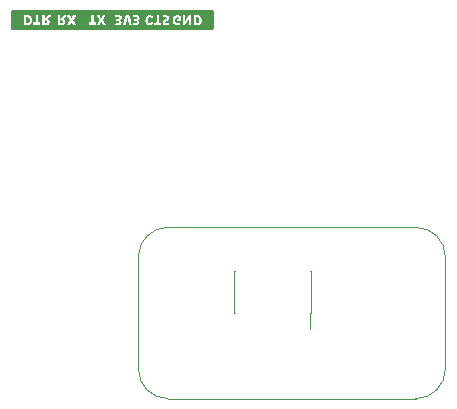
<source format=gbr>
G04 #@! TF.GenerationSoftware,KiCad,Pcbnew,9.0.0*
G04 #@! TF.CreationDate,2025-03-02T22:01:55-06:00*
G04 #@! TF.ProjectId,mobo,6d6f626f-2e6b-4696-9361-645f70636258,rev?*
G04 #@! TF.SameCoordinates,Original*
G04 #@! TF.FileFunction,Legend,Bot*
G04 #@! TF.FilePolarity,Positive*
%FSLAX46Y46*%
G04 Gerber Fmt 4.6, Leading zero omitted, Abs format (unit mm)*
G04 Created by KiCad (PCBNEW 9.0.0) date 2025-03-02 22:01:55*
%MOMM*%
%LPD*%
G01*
G04 APERTURE LIST*
%ADD10C,0.120000*%
%ADD11C,0.000000*%
%ADD12C,3.500000*%
%ADD13R,1.700000X1.700000*%
%ADD14O,1.700000X1.700000*%
%ADD15R,0.740000X2.400000*%
G04 APERTURE END LIST*
D10*
X124250000Y-54500000D02*
G75*
G02*
X126750000Y-52000000I2500000J0D01*
G01*
X147750000Y-52000000D02*
G75*
G02*
X150250000Y-54500000I0J-2500000D01*
G01*
X126750000Y-52000000D02*
X147750000Y-52000000D01*
X126750000Y-66500000D02*
G75*
G02*
X124250000Y-64000000I0J2500000D01*
G01*
X147750000Y-66500000D02*
X126750000Y-66500000D01*
X150250000Y-54500000D02*
X150250000Y-64000000D01*
X150250000Y-64000000D02*
G75*
G02*
X147750000Y-66500000I-2500000J0D01*
G01*
X124250000Y-64000000D02*
X124250000Y-54500000D01*
D11*
G36*
X116420265Y-34486767D02*
G01*
X116459457Y-34494378D01*
X116486232Y-34509695D01*
X116504523Y-34534261D01*
X116517797Y-34572185D01*
X116515763Y-34615078D01*
X116494113Y-34654420D01*
X116487342Y-34662271D01*
X116473507Y-34675002D01*
X116457266Y-34681863D01*
X116432755Y-34684657D01*
X116394113Y-34685188D01*
X116320001Y-34685188D01*
X116320001Y-34585188D01*
X116320001Y-34485188D01*
X116379351Y-34485188D01*
X116420265Y-34486767D01*
G37*
G36*
X117728282Y-34485194D02*
G01*
X117782324Y-34489039D01*
X117820405Y-34500965D01*
X117845335Y-34522430D01*
X117859921Y-34554889D01*
X117863222Y-34572762D01*
X117861005Y-34613647D01*
X117847049Y-34649612D01*
X117823438Y-34673862D01*
X117823027Y-34674092D01*
X117803507Y-34679428D01*
X117771065Y-34683300D01*
X117732501Y-34684883D01*
X117660001Y-34685188D01*
X117660001Y-34585188D01*
X117660001Y-34485188D01*
X117725498Y-34485188D01*
X117728282Y-34485194D01*
G37*
G36*
X114864197Y-34216056D02*
G01*
X114927664Y-34227769D01*
X114977232Y-34253569D01*
X115013431Y-34293975D01*
X115036794Y-34349507D01*
X115047850Y-34420687D01*
X115048850Y-34465507D01*
X115040793Y-34537574D01*
X115020505Y-34596787D01*
X114988552Y-34641763D01*
X114945497Y-34671122D01*
X114920640Y-34677784D01*
X114883471Y-34682754D01*
X114842501Y-34684796D01*
X114770001Y-34685188D01*
X114770001Y-34450188D01*
X114770001Y-34215188D01*
X114837883Y-34215188D01*
X114864197Y-34216056D01*
G37*
G36*
X129221648Y-34221344D02*
G01*
X129281174Y-34226457D01*
X129328667Y-34241612D01*
X129364448Y-34268461D01*
X129391811Y-34308695D01*
X129394346Y-34313981D01*
X129408329Y-34358107D01*
X129417113Y-34413341D01*
X129419895Y-34472369D01*
X129415871Y-34527873D01*
X129407166Y-34561933D01*
X129385799Y-34606967D01*
X129357166Y-34645068D01*
X129325425Y-34669717D01*
X129309847Y-34675366D01*
X129269609Y-34682363D01*
X129217317Y-34684960D01*
X129139633Y-34685188D01*
X129142317Y-34452688D01*
X129145001Y-34220188D01*
X129221648Y-34221344D01*
G37*
G36*
X130639961Y-34511872D02*
G01*
X130639693Y-34664093D01*
X130639126Y-34796498D01*
X130638259Y-34909218D01*
X130637091Y-35002380D01*
X130635620Y-35076115D01*
X130633843Y-35130549D01*
X130631759Y-35165814D01*
X130629365Y-35182037D01*
X130629322Y-35182150D01*
X130606876Y-35220610D01*
X130572868Y-35256258D01*
X130535001Y-35281014D01*
X130534871Y-35281067D01*
X130530168Y-35281864D01*
X130520120Y-35282631D01*
X130504359Y-35283367D01*
X130482520Y-35284073D01*
X130454236Y-35284750D01*
X130419141Y-35285399D01*
X130376868Y-35286020D01*
X130327051Y-35286613D01*
X130269324Y-35287180D01*
X130203320Y-35287721D01*
X130128673Y-35288236D01*
X130045017Y-35288727D01*
X129951985Y-35289193D01*
X129849211Y-35289635D01*
X129736329Y-35290055D01*
X129612972Y-35290452D01*
X129478774Y-35290826D01*
X129333368Y-35291180D01*
X129176388Y-35291513D01*
X129007468Y-35291826D01*
X128826242Y-35292119D01*
X128632343Y-35292393D01*
X128425404Y-35292649D01*
X128205060Y-35292887D01*
X127970944Y-35293108D01*
X127722690Y-35293312D01*
X127459930Y-35293501D01*
X127182300Y-35293674D01*
X126889433Y-35293832D01*
X126580961Y-35293976D01*
X126256520Y-35294107D01*
X125915742Y-35294224D01*
X125558261Y-35294330D01*
X125183712Y-35294423D01*
X124791726Y-35294505D01*
X124381939Y-35294577D01*
X123953984Y-35294638D01*
X123507494Y-35294690D01*
X123042103Y-35294734D01*
X122557444Y-35294769D01*
X122053152Y-35294796D01*
X121993896Y-35294799D01*
X121450208Y-35294813D01*
X120926330Y-35294807D01*
X120422092Y-35294782D01*
X119937323Y-35294737D01*
X119471850Y-35294672D01*
X119025504Y-35294586D01*
X118598112Y-35294480D01*
X118189505Y-35294353D01*
X117799510Y-35294206D01*
X117427956Y-35294037D01*
X117074674Y-35293846D01*
X116739490Y-35293635D01*
X116422235Y-35293401D01*
X116122737Y-35293145D01*
X115840825Y-35292868D01*
X115576327Y-35292567D01*
X115329074Y-35292245D01*
X115098893Y-35291899D01*
X114885613Y-35291531D01*
X114689064Y-35291139D01*
X114509074Y-35290724D01*
X114345472Y-35290285D01*
X114198087Y-35289822D01*
X114066748Y-35289335D01*
X113951284Y-35288824D01*
X113851523Y-35288289D01*
X113767295Y-35287729D01*
X113698428Y-35287144D01*
X113644752Y-35286534D01*
X113606095Y-35285899D01*
X113582285Y-35285238D01*
X113573152Y-35284551D01*
X113534947Y-35262420D01*
X113498783Y-35227553D01*
X113473770Y-35188009D01*
X113472128Y-35183133D01*
X113469621Y-35170189D01*
X113467469Y-35150290D01*
X113465645Y-35122133D01*
X113464126Y-35084412D01*
X113462889Y-35035823D01*
X113461908Y-34975062D01*
X113461161Y-34900823D01*
X113460622Y-34811803D01*
X113460268Y-34706697D01*
X113460074Y-34584201D01*
X113460017Y-34443009D01*
X113459991Y-34309315D01*
X113459983Y-34186458D01*
X113460119Y-34080837D01*
X113460327Y-34035188D01*
X114560001Y-34035188D01*
X114560001Y-34455188D01*
X114560001Y-34875188D01*
X114737501Y-34874018D01*
X114782876Y-34873459D01*
X114843109Y-34871943D01*
X114897041Y-34869741D01*
X114940107Y-34867050D01*
X114967739Y-34864067D01*
X115023849Y-34850010D01*
X115095131Y-34815673D01*
X115155503Y-34765515D01*
X115203961Y-34700677D01*
X115222320Y-34660188D01*
X115355001Y-34660188D01*
X115355001Y-34765188D01*
X115355001Y-34870188D01*
X115657501Y-34872834D01*
X115960001Y-34875481D01*
X115960001Y-34765334D01*
X115960001Y-34655188D01*
X115865001Y-34655188D01*
X115770001Y-34655188D01*
X115770001Y-34345188D01*
X115770001Y-34035188D01*
X116099782Y-34035188D01*
X116102392Y-34452688D01*
X116105001Y-34870188D01*
X116295001Y-34871616D01*
X116353448Y-34871674D01*
X116413565Y-34870943D01*
X116466229Y-34869500D01*
X116507259Y-34867463D01*
X116532473Y-34864949D01*
X116552099Y-34860815D01*
X116613474Y-34835798D01*
X116663450Y-34795450D01*
X116700807Y-34741395D01*
X116724326Y-34675254D01*
X116732786Y-34598648D01*
X116730676Y-34559105D01*
X116714497Y-34490810D01*
X116695698Y-34455188D01*
X117450001Y-34455188D01*
X117450001Y-34875188D01*
X117642501Y-34874092D01*
X117703821Y-34873338D01*
X117763351Y-34871824D01*
X117815008Y-34869726D01*
X117854750Y-34867208D01*
X117878534Y-34864437D01*
X117895843Y-34860254D01*
X117946837Y-34839970D01*
X117992907Y-34811052D01*
X118026514Y-34777905D01*
X118037684Y-34760909D01*
X118062912Y-34702733D01*
X118077085Y-34635986D01*
X118079197Y-34567287D01*
X118068241Y-34503256D01*
X118050642Y-34465477D01*
X118019741Y-34423238D01*
X117982237Y-34385929D01*
X117944110Y-34360435D01*
X117907693Y-34343154D01*
X117961347Y-34288400D01*
X117983064Y-34266847D01*
X118020249Y-34234583D01*
X118051987Y-34215534D01*
X118082332Y-34207600D01*
X118115338Y-34208683D01*
X118157305Y-34214435D01*
X118163566Y-34162311D01*
X118164932Y-34150779D01*
X118169458Y-34105037D01*
X118169829Y-34074482D01*
X118165294Y-34055336D01*
X118155105Y-34043823D01*
X118138509Y-34036166D01*
X118135109Y-34035188D01*
X118209298Y-34035188D01*
X118221149Y-34057688D01*
X118222294Y-34059820D01*
X118230443Y-34074482D01*
X118232804Y-34078729D01*
X118251169Y-34111314D01*
X118275699Y-34154591D01*
X118304706Y-34205581D01*
X118336501Y-34261300D01*
X118345615Y-34277284D01*
X118375660Y-34330502D01*
X118401581Y-34377216D01*
X118421907Y-34414722D01*
X118435168Y-34440318D01*
X118439893Y-34451300D01*
X118438391Y-34455339D01*
X118428697Y-34474710D01*
X118411207Y-34507443D01*
X118387318Y-34550974D01*
X118358428Y-34602743D01*
X118325934Y-34660188D01*
X118307390Y-34692971D01*
X118277194Y-34747338D01*
X118251687Y-34794524D01*
X118232202Y-34832000D01*
X118220073Y-34857231D01*
X118216633Y-34867688D01*
X118226167Y-34870416D01*
X118251986Y-34872892D01*
X118289830Y-34874570D01*
X118335525Y-34875188D01*
X118449868Y-34875188D01*
X118521242Y-34732712D01*
X118592615Y-34590237D01*
X118663646Y-34732712D01*
X118734678Y-34875188D01*
X118852340Y-34875188D01*
X118897574Y-34874521D01*
X118935210Y-34872671D01*
X118960653Y-34869923D01*
X118970001Y-34866564D01*
X118968290Y-34862065D01*
X118958292Y-34842143D01*
X118940560Y-34808914D01*
X118916475Y-34764919D01*
X118887419Y-34712696D01*
X118854772Y-34654783D01*
X118849330Y-34645188D01*
X120050001Y-34645188D01*
X120050001Y-34750188D01*
X120050001Y-34855188D01*
X120355001Y-34855188D01*
X120660001Y-34855188D01*
X120660001Y-34850692D01*
X120730001Y-34850692D01*
X120730008Y-34850739D01*
X120739828Y-34852468D01*
X120765684Y-34853883D01*
X120803712Y-34854837D01*
X120850049Y-34855188D01*
X120970096Y-34855188D01*
X121037377Y-34720188D01*
X121049618Y-34695797D01*
X121072044Y-34652057D01*
X121090664Y-34616975D01*
X121103814Y-34593652D01*
X121109830Y-34585189D01*
X121111702Y-34587246D01*
X121121048Y-34603423D01*
X121136436Y-34633071D01*
X121156257Y-34673041D01*
X121178901Y-34720189D01*
X121242800Y-34855188D01*
X121366753Y-34855188D01*
X121490705Y-34855188D01*
X121478779Y-34832688D01*
X121477418Y-34830168D01*
X121476271Y-34828103D01*
X122300001Y-34828103D01*
X122305138Y-34835642D01*
X122326853Y-34847519D01*
X122349197Y-34855188D01*
X122362501Y-34859754D01*
X122373045Y-34862492D01*
X122394538Y-34866564D01*
X122417023Y-34870824D01*
X122453829Y-34875481D01*
X122469051Y-34877407D01*
X122520001Y-34881008D01*
X122556800Y-34881492D01*
X122624686Y-34875859D01*
X122938265Y-34875859D01*
X123051477Y-34873023D01*
X123164689Y-34870188D01*
X123244845Y-34582689D01*
X123251973Y-34557197D01*
X123271814Y-34486992D01*
X123289854Y-34424252D01*
X123305393Y-34371342D01*
X123317731Y-34330626D01*
X123326167Y-34304466D01*
X123330001Y-34295228D01*
X123332025Y-34299130D01*
X123339062Y-34319361D01*
X123350125Y-34354491D01*
X123364406Y-34401865D01*
X123381096Y-34458829D01*
X123399383Y-34522726D01*
X123408594Y-34555239D01*
X123427831Y-34622945D01*
X123445888Y-34686256D01*
X123461703Y-34741459D01*
X123474213Y-34784841D01*
X123482355Y-34812688D01*
X123500946Y-34875188D01*
X123616064Y-34875188D01*
X123659124Y-34874633D01*
X123695594Y-34873029D01*
X123719616Y-34870629D01*
X123727416Y-34867688D01*
X123725772Y-34863044D01*
X123718674Y-34841312D01*
X123715375Y-34831016D01*
X123793291Y-34831016D01*
X123801624Y-34838788D01*
X123824470Y-34848907D01*
X123857259Y-34859312D01*
X123875932Y-34863909D01*
X123897930Y-34867688D01*
X123934364Y-34873947D01*
X123998434Y-34880014D01*
X124061893Y-34881853D01*
X124118488Y-34879207D01*
X124161969Y-34871819D01*
X124201524Y-34858078D01*
X124258005Y-34825123D01*
X124298124Y-34780718D01*
X124322062Y-34724632D01*
X124330001Y-34656632D01*
X124329959Y-34651339D01*
X124321231Y-34586412D01*
X124297549Y-34533922D01*
X124259262Y-34494661D01*
X124228070Y-34472450D01*
X124252677Y-34456631D01*
X124850120Y-34456631D01*
X124851992Y-34505051D01*
X124867310Y-34599110D01*
X124897474Y-34682288D01*
X124941778Y-34753310D01*
X124999515Y-34810898D01*
X125069978Y-34853777D01*
X125132219Y-34874397D01*
X125204630Y-34883531D01*
X125277787Y-34879706D01*
X125346106Y-34863243D01*
X125404003Y-34834467D01*
X125409174Y-34830758D01*
X125448350Y-34791173D01*
X125480407Y-34739214D01*
X125502055Y-34681406D01*
X125504210Y-34665912D01*
X125600001Y-34665912D01*
X125600001Y-34770550D01*
X125600001Y-34875188D01*
X125905001Y-34875188D01*
X126210001Y-34875188D01*
X126210001Y-34770188D01*
X126210001Y-34665188D01*
X126110001Y-34665188D01*
X126010001Y-34665188D01*
X126010001Y-34613809D01*
X126307060Y-34613809D01*
X126311676Y-34669245D01*
X126332529Y-34736300D01*
X126369411Y-34792120D01*
X126421478Y-34835528D01*
X126487885Y-34865351D01*
X126507675Y-34870710D01*
X126535719Y-34875188D01*
X126573389Y-34881203D01*
X126644205Y-34883924D01*
X126710001Y-34878284D01*
X126731603Y-34873522D01*
X126763429Y-34864578D01*
X126797581Y-34853672D01*
X126828660Y-34842632D01*
X126851266Y-34833287D01*
X126860001Y-34827468D01*
X126859461Y-34824603D01*
X126854336Y-34806365D01*
X126844957Y-34775830D01*
X126832752Y-34737705D01*
X126821642Y-34705130D01*
X126809492Y-34675747D01*
X126799501Y-34661288D01*
X126790252Y-34659135D01*
X126779089Y-34663026D01*
X126752640Y-34672510D01*
X126720001Y-34684387D01*
X126671985Y-34698374D01*
X126618750Y-34704806D01*
X126573546Y-34700203D01*
X126539495Y-34684953D01*
X126519719Y-34659444D01*
X126519071Y-34657704D01*
X126513753Y-34631010D01*
X126520454Y-34608289D01*
X126541077Y-34587590D01*
X126577523Y-34566957D01*
X126631694Y-34544438D01*
X126649607Y-34537571D01*
X126710362Y-34512429D01*
X126756161Y-34489617D01*
X126790580Y-34467183D01*
X126817195Y-34443175D01*
X126834188Y-34420814D01*
X127163870Y-34420814D01*
X127165686Y-34514850D01*
X127183020Y-34603054D01*
X127214801Y-34683149D01*
X127259956Y-34752854D01*
X127317415Y-34809891D01*
X127386106Y-34851979D01*
X127403131Y-34858937D01*
X127465196Y-34875039D01*
X127535444Y-34882538D01*
X127606192Y-34880951D01*
X127639033Y-34875188D01*
X128020001Y-34875188D01*
X128112501Y-34874953D01*
X128205001Y-34874718D01*
X128360001Y-34634355D01*
X128515001Y-34393991D01*
X128517679Y-34634589D01*
X128520357Y-34875188D01*
X128625179Y-34875188D01*
X128730001Y-34875188D01*
X128730001Y-34455188D01*
X128730001Y-34035188D01*
X128637501Y-34035223D01*
X128545001Y-34035258D01*
X128395610Y-34265802D01*
X128392827Y-34270095D01*
X128353556Y-34330401D01*
X128317705Y-34384953D01*
X128286756Y-34431538D01*
X128262187Y-34467942D01*
X128245478Y-34491953D01*
X128238110Y-34501357D01*
X128236601Y-34498173D01*
X128234477Y-34478470D01*
X128232660Y-34443199D01*
X128231246Y-34395039D01*
X128230328Y-34336672D01*
X128230001Y-34270778D01*
X128230001Y-34035188D01*
X128125001Y-34035188D01*
X128020001Y-34035188D01*
X128020001Y-34455188D01*
X128020001Y-34535188D01*
X128020001Y-34875188D01*
X127639033Y-34875188D01*
X127669759Y-34869796D01*
X127693470Y-34862142D01*
X127732629Y-34846194D01*
X127769654Y-34827851D01*
X127798922Y-34809991D01*
X127814811Y-34795496D01*
X127815172Y-34791964D01*
X127810060Y-34773180D01*
X127798057Y-34743332D01*
X127780925Y-34707024D01*
X127741195Y-34628006D01*
X127680853Y-34657914D01*
X127678944Y-34658852D01*
X127615210Y-34681438D01*
X127554360Y-34687055D01*
X127498926Y-34676581D01*
X127451440Y-34650892D01*
X127414435Y-34610866D01*
X127390442Y-34557377D01*
X127388025Y-34547381D01*
X127382025Y-34501105D01*
X127380574Y-34446811D01*
X127383641Y-34393504D01*
X127391192Y-34350188D01*
X127400484Y-34323427D01*
X127430577Y-34274314D01*
X127471995Y-34239563D01*
X127522194Y-34220940D01*
X127578628Y-34220208D01*
X127606354Y-34224803D01*
X127635824Y-34233381D01*
X127651922Y-34247570D01*
X127658648Y-34271809D01*
X127660001Y-34310539D01*
X127660001Y-34375188D01*
X127585001Y-34375188D01*
X127510001Y-34375188D01*
X127510001Y-34455188D01*
X127510001Y-34535188D01*
X127680001Y-34535188D01*
X127850001Y-34535188D01*
X127850001Y-34325814D01*
X127850001Y-34116441D01*
X127787048Y-34085449D01*
X127715146Y-34054745D01*
X127635889Y-34033789D01*
X128930001Y-34033789D01*
X128930001Y-34454488D01*
X128930001Y-34875188D01*
X129117501Y-34874092D01*
X129185238Y-34873406D01*
X129251133Y-34871689D01*
X129303034Y-34868613D01*
X129344214Y-34863773D01*
X129377949Y-34856764D01*
X129407514Y-34847180D01*
X129436184Y-34834615D01*
X129457328Y-34823308D01*
X129518049Y-34776591D01*
X129567387Y-34715598D01*
X129604382Y-34642597D01*
X129628068Y-34559856D01*
X129637485Y-34469644D01*
X129631668Y-34374228D01*
X129622902Y-34325823D01*
X129595957Y-34242155D01*
X129555611Y-34172743D01*
X129501270Y-34116692D01*
X129432344Y-34073107D01*
X129365525Y-34040188D01*
X129147763Y-34036988D01*
X128930001Y-34033789D01*
X127635889Y-34033789D01*
X127631055Y-34032511D01*
X127545001Y-34025458D01*
X127480591Y-34030057D01*
X127399204Y-34051245D01*
X127328273Y-34088858D01*
X127268701Y-34142035D01*
X127221391Y-34209910D01*
X127187250Y-34291622D01*
X127184863Y-34302881D01*
X127167179Y-34386306D01*
X127163870Y-34420814D01*
X126834188Y-34420814D01*
X126837163Y-34416899D01*
X126860187Y-34363562D01*
X126869798Y-34302881D01*
X126865418Y-34240031D01*
X126846473Y-34180188D01*
X126813069Y-34125121D01*
X126764059Y-34078052D01*
X126702497Y-34046243D01*
X126628092Y-34029547D01*
X126540553Y-34027821D01*
X126534165Y-34028249D01*
X126485338Y-34033892D01*
X126436449Y-34043070D01*
X126391483Y-34054625D01*
X126354429Y-34067397D01*
X126329273Y-34080228D01*
X126320001Y-34091956D01*
X126320298Y-34095480D01*
X126324102Y-34116578D01*
X126331369Y-34149685D01*
X126340928Y-34189347D01*
X126361854Y-34272783D01*
X126422205Y-34241658D01*
X126423817Y-34240829D01*
X126465296Y-34222160D01*
X126502156Y-34212920D01*
X126545202Y-34210360D01*
X126588245Y-34213251D01*
X126623616Y-34225084D01*
X126643671Y-34247042D01*
X126650001Y-34280188D01*
X126647328Y-34302085D01*
X126636787Y-34321302D01*
X126615487Y-34338502D01*
X126580545Y-34355968D01*
X126529078Y-34375984D01*
X126519168Y-34379624D01*
X126446118Y-34409921D01*
X126390784Y-34440886D01*
X126351189Y-34474640D01*
X126325355Y-34513299D01*
X126311304Y-34558983D01*
X126307060Y-34613809D01*
X126010001Y-34613809D01*
X126010001Y-34350188D01*
X126010001Y-34035188D01*
X125905144Y-34035188D01*
X125800286Y-34035188D01*
X125799398Y-34140188D01*
X125797644Y-34347688D01*
X125795001Y-34660188D01*
X125697501Y-34663050D01*
X125600001Y-34665912D01*
X125504210Y-34665912D01*
X125510001Y-34624272D01*
X125509974Y-34619744D01*
X125508410Y-34606705D01*
X125501784Y-34597617D01*
X125486442Y-34590593D01*
X125458732Y-34583745D01*
X125415001Y-34575188D01*
X125387466Y-34569814D01*
X125356859Y-34563448D01*
X125338444Y-34559124D01*
X125330497Y-34558694D01*
X125321526Y-34568595D01*
X125315070Y-34594784D01*
X125302044Y-34637606D01*
X125277368Y-34667761D01*
X125240001Y-34683983D01*
X125238830Y-34684240D01*
X125188010Y-34686908D01*
X125145167Y-34671792D01*
X125110889Y-34639682D01*
X125085765Y-34591369D01*
X125070381Y-34527641D01*
X125065326Y-34449289D01*
X125065351Y-34444034D01*
X125066583Y-34398001D01*
X125070424Y-34364670D01*
X125078081Y-34337412D01*
X125090762Y-34309595D01*
X125100464Y-34292437D01*
X125135339Y-34251811D01*
X125179395Y-34228472D01*
X125234594Y-34221215D01*
X125243112Y-34221558D01*
X125286041Y-34229447D01*
X125331359Y-34245441D01*
X125371614Y-34266456D01*
X125399354Y-34289407D01*
X125410133Y-34299937D01*
X125423137Y-34302929D01*
X125436783Y-34292211D01*
X125453009Y-34266043D01*
X125473757Y-34222688D01*
X125510907Y-34140188D01*
X125482954Y-34117161D01*
X125422550Y-34077283D01*
X125346792Y-34046088D01*
X125265700Y-34028664D01*
X125184538Y-34026102D01*
X125108570Y-34039496D01*
X125099706Y-34042310D01*
X125026313Y-34076629D01*
X124964680Y-34126388D01*
X124915526Y-34190427D01*
X124882214Y-34261911D01*
X124879569Y-34267587D01*
X124857528Y-34356708D01*
X124850120Y-34456631D01*
X124252677Y-34456631D01*
X124268533Y-34446438D01*
X124308634Y-34411915D01*
X124339272Y-34361474D01*
X124355645Y-34297452D01*
X124357871Y-34261911D01*
X124348015Y-34196732D01*
X124320522Y-34138839D01*
X124276720Y-34090577D01*
X124217937Y-34054291D01*
X124214124Y-34052598D01*
X124189386Y-34042887D01*
X124164588Y-34036478D01*
X124134745Y-34032703D01*
X124094877Y-34030891D01*
X124040001Y-34030373D01*
X124039250Y-34030371D01*
X123976803Y-34031211D01*
X123929110Y-34034255D01*
X123891050Y-34040029D01*
X123857501Y-34049056D01*
X123831430Y-34058760D01*
X123808735Y-34070010D01*
X123800001Y-34078419D01*
X123801182Y-34085725D01*
X123806447Y-34108291D01*
X123814541Y-34139874D01*
X123823926Y-34174792D01*
X123833063Y-34207360D01*
X123840417Y-34231895D01*
X123844448Y-34242713D01*
X123852217Y-34241578D01*
X123874161Y-34235307D01*
X123904926Y-34225213D01*
X123929388Y-34218098D01*
X123977224Y-34208820D01*
X124020800Y-34205188D01*
X124066705Y-34209909D01*
X124106746Y-34226819D01*
X124131518Y-34255279D01*
X124140001Y-34294527D01*
X124139284Y-34311102D01*
X124132963Y-34335650D01*
X124117803Y-34352822D01*
X124091027Y-34364130D01*
X124049853Y-34371082D01*
X123991504Y-34375188D01*
X123885001Y-34380188D01*
X123882116Y-34461509D01*
X123879231Y-34542830D01*
X123978926Y-34546835D01*
X123983289Y-34547014D01*
X124031258Y-34549820D01*
X124063771Y-34553982D01*
X124085049Y-34560298D01*
X124099312Y-34569563D01*
X124110093Y-34582614D01*
X124119991Y-34614707D01*
X124115034Y-34649630D01*
X124095456Y-34680642D01*
X124064432Y-34698581D01*
X124019971Y-34705483D01*
X123965694Y-34701045D01*
X123905001Y-34685188D01*
X123877792Y-34676077D01*
X123852541Y-34668213D01*
X123840264Y-34665188D01*
X123839209Y-34665893D01*
X123833127Y-34679400D01*
X123824718Y-34706548D01*
X123815469Y-34742688D01*
X123813355Y-34751652D01*
X123804509Y-34788292D01*
X123797397Y-34816413D01*
X123793398Y-34830532D01*
X123793291Y-34831016D01*
X123715375Y-34831016D01*
X123706632Y-34803724D01*
X123690276Y-34752271D01*
X123670236Y-34688944D01*
X123647144Y-34615733D01*
X123621630Y-34534630D01*
X123594325Y-34447625D01*
X123465001Y-34035063D01*
X123330564Y-34037625D01*
X123196126Y-34040188D01*
X123128217Y-34256342D01*
X123073600Y-34430188D01*
X123063499Y-34462364D01*
X123037258Y-34546195D01*
X123012978Y-34624099D01*
X122991337Y-34693885D01*
X122973009Y-34753361D01*
X122958671Y-34800336D01*
X122948999Y-34832621D01*
X122944669Y-34848023D01*
X122938265Y-34875859D01*
X122624686Y-34875859D01*
X122641703Y-34874447D01*
X122710773Y-34855310D01*
X122764164Y-34823969D01*
X122802028Y-34780313D01*
X122824518Y-34724232D01*
X122831787Y-34655615D01*
X122825183Y-34595182D01*
X122803197Y-34540809D01*
X122765632Y-34498616D01*
X122731131Y-34471087D01*
X122769829Y-34448010D01*
X122782651Y-34439713D01*
X122821309Y-34402181D01*
X122845862Y-34352897D01*
X122857570Y-34289586D01*
X122858765Y-34256342D01*
X122850334Y-34195091D01*
X122825964Y-34143027D01*
X122784345Y-34096699D01*
X122752431Y-34072279D01*
X122713089Y-34052213D01*
X122666487Y-34039243D01*
X122608500Y-34032268D01*
X122535001Y-34030188D01*
X122531977Y-34030194D01*
X122475751Y-34032359D01*
X122421846Y-34037915D01*
X122373795Y-34046123D01*
X122335135Y-34056244D01*
X122309402Y-34067540D01*
X122300131Y-34079271D01*
X122300849Y-34083890D01*
X122306000Y-34104660D01*
X122314675Y-34135754D01*
X122325165Y-34171305D01*
X122335758Y-34205446D01*
X122344744Y-34232307D01*
X122352383Y-34237557D01*
X122371811Y-34235291D01*
X122406107Y-34224807D01*
X122455810Y-34212058D01*
X122508874Y-34206015D01*
X122557219Y-34207420D01*
X122594049Y-34216573D01*
X122605701Y-34223320D01*
X122630323Y-34251188D01*
X122642294Y-34287355D01*
X122638673Y-34324700D01*
X122637339Y-34328348D01*
X122626304Y-34348155D01*
X122608863Y-34361639D01*
X122581641Y-34369902D01*
X122541262Y-34374050D01*
X122484351Y-34375188D01*
X122390001Y-34375188D01*
X122390001Y-34458995D01*
X122390001Y-34542802D01*
X122484435Y-34546932D01*
X122494595Y-34547414D01*
X122547273Y-34552010D01*
X122583329Y-34560520D01*
X122605585Y-34574592D01*
X122616868Y-34595873D01*
X122620001Y-34626012D01*
X122615728Y-34652311D01*
X122596230Y-34680971D01*
X122563049Y-34699103D01*
X122518488Y-34706086D01*
X122464852Y-34701298D01*
X122404444Y-34684120D01*
X122378366Y-34675587D01*
X122353160Y-34670306D01*
X122340446Y-34671620D01*
X122334932Y-34683831D01*
X122326632Y-34710018D01*
X122317386Y-34743742D01*
X122308797Y-34778800D01*
X122302468Y-34808988D01*
X122300001Y-34828103D01*
X121476271Y-34828103D01*
X121466629Y-34810751D01*
X121448059Y-34777714D01*
X121423379Y-34734016D01*
X121394260Y-34682618D01*
X121362372Y-34626479D01*
X121342246Y-34590956D01*
X121311861Y-34536381D01*
X121290095Y-34495425D01*
X121275882Y-34465772D01*
X121268155Y-34445107D01*
X121265846Y-34431114D01*
X121267889Y-34421479D01*
X121269196Y-34418856D01*
X121279601Y-34399579D01*
X121297869Y-34366728D01*
X121322359Y-34323223D01*
X121351431Y-34271981D01*
X121383444Y-34215924D01*
X121394410Y-34196687D01*
X121424197Y-34143421D01*
X121449425Y-34096809D01*
X121468709Y-34059504D01*
X121480666Y-34034158D01*
X121483911Y-34023424D01*
X121474210Y-34020432D01*
X121448216Y-34017711D01*
X121410240Y-34015867D01*
X121364478Y-34015188D01*
X121250135Y-34015188D01*
X121178453Y-34157688D01*
X121106772Y-34300188D01*
X121038735Y-34157688D01*
X120970698Y-34015188D01*
X120855940Y-34015188D01*
X120813712Y-34015854D01*
X120774602Y-34017904D01*
X120747030Y-34021007D01*
X120735226Y-34024825D01*
X120735812Y-34029113D01*
X120744071Y-34048760D01*
X120760415Y-34081634D01*
X120783513Y-34125187D01*
X120812031Y-34176868D01*
X120844636Y-34234128D01*
X120863692Y-34267169D01*
X120894624Y-34321074D01*
X120921123Y-34367602D01*
X120941787Y-34404273D01*
X120955214Y-34428607D01*
X120960001Y-34438125D01*
X120958318Y-34441819D01*
X120948364Y-34460446D01*
X120930674Y-34492489D01*
X120906628Y-34535469D01*
X120877610Y-34586908D01*
X120845001Y-34644326D01*
X120825408Y-34678786D01*
X120794749Y-34732994D01*
X120768496Y-34779770D01*
X120748032Y-34816632D01*
X120734740Y-34841100D01*
X120730001Y-34850692D01*
X120660001Y-34850692D01*
X120660001Y-34750188D01*
X120660001Y-34645188D01*
X120560001Y-34645188D01*
X120460001Y-34645188D01*
X120460001Y-34329838D01*
X120460001Y-34014488D01*
X120357501Y-34017338D01*
X120255001Y-34020188D01*
X120252359Y-34332688D01*
X120249717Y-34645188D01*
X120149859Y-34645188D01*
X120050001Y-34645188D01*
X118849330Y-34645188D01*
X118739543Y-34451627D01*
X118854772Y-34249530D01*
X118874403Y-34215010D01*
X118905124Y-34160600D01*
X118931430Y-34113522D01*
X118951935Y-34076279D01*
X118965254Y-34051374D01*
X118970001Y-34041311D01*
X118969996Y-34041251D01*
X118960210Y-34038894D01*
X118934384Y-34036967D01*
X118896383Y-34035665D01*
X118850071Y-34035188D01*
X118730141Y-34035188D01*
X118661261Y-34172668D01*
X118592380Y-34310148D01*
X118523862Y-34172668D01*
X118455345Y-34035188D01*
X118332321Y-34035188D01*
X118209298Y-34035188D01*
X118135109Y-34035188D01*
X118121458Y-34031261D01*
X118065099Y-34025181D01*
X118005623Y-34030717D01*
X117952393Y-34047308D01*
X117951900Y-34047538D01*
X117935963Y-34055689D01*
X117920032Y-34065814D01*
X117902176Y-34079738D01*
X117880464Y-34099285D01*
X117852965Y-34126279D01*
X117817746Y-34162545D01*
X117772878Y-34209906D01*
X117716427Y-34270188D01*
X117660405Y-34330188D01*
X117660203Y-34182688D01*
X117660001Y-34035188D01*
X117555001Y-34035188D01*
X117450001Y-34035188D01*
X117450001Y-34064292D01*
X117450001Y-34455188D01*
X116695698Y-34455188D01*
X116683645Y-34432348D01*
X116639624Y-34386184D01*
X116583938Y-34354783D01*
X116556508Y-34344354D01*
X116610755Y-34289000D01*
X116634924Y-34265081D01*
X116671552Y-34233611D01*
X116702908Y-34215142D01*
X116733070Y-34207570D01*
X116766114Y-34208790D01*
X116808857Y-34214648D01*
X116814869Y-34167418D01*
X116816367Y-34155833D01*
X116821454Y-34118322D01*
X116825950Y-34087390D01*
X116826142Y-34086137D01*
X116827250Y-34064292D01*
X116818721Y-34051360D01*
X116795832Y-34039890D01*
X116768137Y-34031287D01*
X116713008Y-34025376D01*
X116656215Y-34030355D01*
X116607103Y-34045925D01*
X116599495Y-34050307D01*
X116571898Y-34070975D01*
X116534777Y-34103312D01*
X116490801Y-34144927D01*
X116442638Y-34193425D01*
X116320275Y-34320188D01*
X116320138Y-34177688D01*
X116320001Y-34035188D01*
X116209892Y-34035188D01*
X116099782Y-34035188D01*
X115770001Y-34035188D01*
X115660001Y-34035188D01*
X115550001Y-34035188D01*
X115550001Y-34344825D01*
X115550001Y-34450857D01*
X115550001Y-34654463D01*
X115452501Y-34657325D01*
X115355001Y-34660188D01*
X115222320Y-34660188D01*
X115239502Y-34622295D01*
X115261120Y-34531508D01*
X115267422Y-34450857D01*
X115260536Y-34359921D01*
X115239093Y-34275640D01*
X115204036Y-34200562D01*
X115156309Y-34137233D01*
X115096856Y-34088202D01*
X115090779Y-34084418D01*
X115061941Y-34068368D01*
X115032455Y-34056178D01*
X114999097Y-34047339D01*
X114958645Y-34041342D01*
X114907877Y-34037675D01*
X114843570Y-34035830D01*
X114762501Y-34035296D01*
X114560001Y-34035188D01*
X113460327Y-34035188D01*
X113460529Y-33991035D01*
X113461340Y-33915632D01*
X113462680Y-33853210D01*
X113464679Y-33802351D01*
X113467464Y-33761636D01*
X113471163Y-33729647D01*
X113475905Y-33704966D01*
X113481817Y-33686173D01*
X113489029Y-33671851D01*
X113497668Y-33660581D01*
X113507862Y-33650944D01*
X113519740Y-33641523D01*
X113533430Y-33630899D01*
X113571858Y-33600188D01*
X122050002Y-33600188D01*
X130528145Y-33600188D01*
X130566573Y-33630899D01*
X130579460Y-33640908D01*
X130591455Y-33650371D01*
X130601756Y-33659961D01*
X130610492Y-33671097D01*
X130617790Y-33685199D01*
X130623781Y-33703686D01*
X130628591Y-33727978D01*
X130632350Y-33759494D01*
X130635186Y-33799654D01*
X130637228Y-33849877D01*
X130638603Y-33911583D01*
X130639441Y-33986191D01*
X130639870Y-34075121D01*
X130640018Y-34179792D01*
X130640014Y-34301624D01*
X130639986Y-34442037D01*
X130639976Y-34469644D01*
X130639961Y-34511872D01*
G37*
D10*
X132365000Y-59265000D02*
X132365000Y-55735000D01*
X132430000Y-55735000D02*
X132365000Y-55735000D01*
X132430000Y-59265000D02*
X132365000Y-59265000D01*
X138770000Y-60590000D02*
X138770000Y-59265000D01*
X138835000Y-55735000D02*
X138770000Y-55735000D01*
X138835000Y-59265000D02*
X138770000Y-59265000D01*
X138835000Y-59265000D02*
X138835000Y-55735000D01*
%LPC*%
D12*
X111050000Y-69800000D02*
G75*
G02*
X107550000Y-69800000I-1750000J0D01*
G01*
X107550000Y-69800000D02*
G75*
G02*
X111050000Y-69800000I1750000J0D01*
G01*
X147550000Y-47800000D02*
G75*
G02*
X144050000Y-47800000I-1750000J0D01*
G01*
X144050000Y-47800000D02*
G75*
G02*
X147550000Y-47800000I1750000J0D01*
G01*
X111050000Y-88300000D02*
G75*
G02*
X107550000Y-88300000I-1750000J0D01*
G01*
X107550000Y-88300000D02*
G75*
G02*
X111050000Y-88300000I1750000J0D01*
G01*
X147550000Y-35800000D02*
G75*
G02*
X144050000Y-35800000I-1750000J0D01*
G01*
X144050000Y-35800000D02*
G75*
G02*
X147550000Y-35800000I1750000J0D01*
G01*
X149050000Y-79800000D02*
G75*
G02*
X145550000Y-79800000I-1750000J0D01*
G01*
X145550000Y-79800000D02*
G75*
G02*
X149050000Y-79800000I1750000J0D01*
G01*
X140050000Y-83800000D02*
G75*
G02*
X136550000Y-83800000I-1750000J0D01*
G01*
X136550000Y-83800000D02*
G75*
G02*
X140050000Y-83800000I1750000J0D01*
G01*
X149050000Y-70800000D02*
G75*
G02*
X145550000Y-70800000I-1750000J0D01*
G01*
X145550000Y-70800000D02*
G75*
G02*
X149050000Y-70800000I1750000J0D01*
G01*
D13*
X128400000Y-31950000D03*
D14*
X125860000Y-31650000D03*
X123320000Y-31950000D03*
X120780000Y-31650000D03*
X118240000Y-31950000D03*
X115700000Y-31650000D03*
D15*
X138140000Y-59450000D03*
X138140000Y-55550000D03*
X136870000Y-59450000D03*
X136870000Y-55550000D03*
X135600000Y-59450000D03*
X135600000Y-55550000D03*
X134330000Y-59450000D03*
X134330000Y-55550000D03*
X133060000Y-59450000D03*
X133060000Y-55550000D03*
%LPD*%
M02*

</source>
